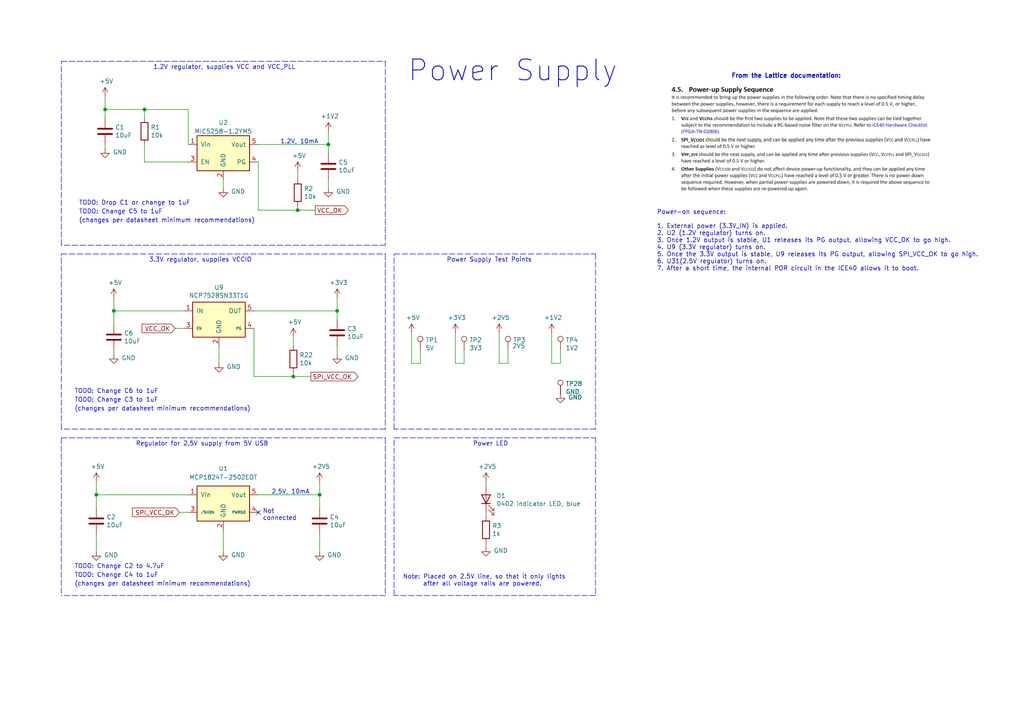
<source format=kicad_sch>
(kicad_sch (version 20211123) (generator eeschema)
  (paper "A4")
  (title_block (title "Power Supply") (date "2021-11-14") (rev "V1") (company "Tillitis AB") (comment 1 "2022"))
  (lib_symbols
    (symbol "Connector:TestPoint" (pin_numbers hide) (pin_names (offset 0.762) hide)
      (property "Reference" "TP" (at 0 6.858 0))
      (property "Value" "TestPoint" (at 0 5.08 0))
      (symbol "TestPoint_0_1"
        (circle (center 0 3.302) (radius 0.762))
      )
      (symbol "TestPoint_1_1"
        (pin passive line (at 0 0 90) (length 2.54) (name "1") (number "1"))
      )
    )
    (symbol "Device:C" (pin_numbers hide) (pin_names (offset 0.254))
      (property "Reference" "C" (at 0.635 2.54 0))
      (property "Value" "C" (at 0.635 -2.54 0))
      (symbol "C_0_1"
        (polyline (pts (xy -2.032 -0.762) (xy 2.032 -0.762)) (stroke (width 0.508)))
        (polyline (pts (xy -2.032 0.762) (xy 2.032 0.762)) (stroke (width 0.508)))
      )
      (symbol "C_1_1"
        (pin passive line (at 0 3.81 270) (length 2.794) (name "~") (number "1"))
        (pin passive line (at 0 -3.81 90) (length 2.794) (name "~") (number "2"))
      )
    )
    (symbol "Device:LED" (pin_numbers hide) (pin_names (offset 1.016) hide)
      (property "Reference" "D" (at 0 2.54 0))
      (property "Value" "LED" (at 0 -2.54 0))
      (symbol "LED_0_1"
        (polyline (pts (xy -1.27 -1.27) (xy -1.27 1.27)) (stroke (width 0.254)))
        (polyline (pts (xy -1.27 0) (xy 1.27 0)))
        (polyline (pts (xy 1.27 -1.27) (xy 1.27 1.27) (xy -1.27 0) (xy 1.27 -1.27)) (stroke (width 0.254)))
        (polyline (pts (xy -3.048 -0.762) (xy -4.572 -2.286) (xy -3.81 -2.286) (xy -4.572 -2.286) (xy -4.572 -1.524)))
        (polyline (pts (xy -1.778 -0.762) (xy -3.302 -2.286) (xy -2.54 -2.286) (xy -3.302 -2.286) (xy -3.302 -1.524)))
      )
      (symbol "LED_1_1"
        (pin passive line (at -3.81 0 0) (length 2.54) (name "K") (number "1"))
        (pin passive line (at 3.81 0 180) (length 2.54) (name "A") (number "2"))
      )
    )
    (symbol "Device:R" (pin_numbers hide) (pin_names (offset 0))
      (property "Reference" "R" (at 2.032 0 90))
      (property "Value" "R" (at 0 0 90))
      (symbol "R_0_1"
        (rectangle (start -1.016 -2.54) (end 1.016 2.54) (stroke (width 0.254)))
      )
      (symbol "R_1_1"
        (pin passive line (at 0 3.81 270) (length 1.27) (name "~") (number "1"))
        (pin passive line (at 0 -3.81 90) (length 1.27) (name "~") (number "2"))
      )
    )
    (symbol "mta1:MCP1824T-2502EOT" (pin_names (offset 1.016))
      (property "Reference" "U" (at 7.62 -6.35 0))
      (property "Value" "MCP1824T-2502EOT" (at 0 7.62 0))
      (symbol "MCP1824T-2502EOT_1_1"
        (rectangle (start -7.62 6.35) (end 7.62 -3.81) (stroke (width 0.254)) (fill (type background)))
        (pin power_in line (at -10.16 3.81 0) (length 2.54) (name "Vin") (number "1"))
        (pin power_in line (at 0 -6.35 90) (length 2.54) (name "GND") (number "2"))
        (pin input line (at -10.16 -1.27 0) (length 2.54) (name "/SHDN") (number "3"))
        (pin open_collector line (at 10.16 -1.27 180) (length 2.54) (name "PWRGD") (number "4"))
        (pin power_out line (at 10.16 3.81 180) (length 2.54) (name "Vout") (number "5"))
      )
    )
    (symbol "mta1:MIC5258-1.2YM5-TR" (pin_names (offset 1.016))
      (property "Reference" "U" (at 7.62 -6.35 0))
      (property "Value" "MIC5258-1.2YM5-TR" (at 0 7.62 0))
      (symbol "MIC5258-1.2YM5-TR_1_1"
        (rectangle (start -7.62 6.35) (end 7.62 -3.81) (stroke (width 0.254)) (fill (type background)))
        (pin power_in line (at -10.16 3.81 0) (length 2.54) (name "Vin") (number "1"))
        (pin power_in line (at 0 -6.35 90) (length 2.54) (name "GND") (number "2"))
        (pin input line (at -10.16 -1.27 0) (length 2.54) (name "EN") (number "3"))
        (pin open_collector line (at 10.16 -1.27 180) (length 2.54) (name "PG") (number "4"))
        (pin power_out line (at 10.16 3.81 180) (length 2.54) (name "Vout") (number "5"))
      )
    )
    (symbol "mta1:NCP752BSN33T1G" (pin_names (offset 1.016))
      (property "Reference" "U" (at 5.08 -6.35 0))
      (property "Value" "NCP752BSN33T1G" (at 0 6.35 0))
      (symbol "NCP752BSN33T1G_1_1"
        (rectangle (start -7.62 5.08) (end 7.62 -5.08) (stroke (width 0.254)) (fill (type background)))
        (pin power_in line (at -10.16 2.54 0) (length 2.54) (name "IN") (number "1"))
        (pin power_in line (at 0 -7.62 90) (length 2.54) (name "GND") (number "2"))
        (pin input line (at -10.16 -2.54 0) (length 2.54) (name "EN") (number "3"))
        (pin open_collector line (at 10.16 -2.54 180) (length 2.54) (name "PG") (number "4"))
        (pin power_out line (at 10.16 2.54 180) (length 2.54) (name "OUT") (number "5"))
      )
    )
    (symbol "power:+1V2" (power) (pin_names (offset 0))
      (property "Value" "+1V2" (at 0 3.556 0))
      (symbol "+1V2_0_1"
        (polyline (pts (xy -0.762 1.27) (xy 0 2.54)))
        (polyline (pts (xy 0 0) (xy 0 2.54)))
        (polyline (pts (xy 0 2.54) (xy 0.762 1.27)))
      )
      (symbol "+1V2_1_1"
        (pin power_in line (at 0 0 90) (length 0) hide (name "+1V2") (number "1"))
      )
    )
    (symbol "power:+2V5" (power) (pin_names (offset 0))
      (property "Value" "+2V5" (at 0 3.556 0))
      (symbol "+2V5_0_1"
        (polyline (pts (xy -0.762 1.27) (xy 0 2.54)))
        (polyline (pts (xy 0 0) (xy 0 2.54)))
        (polyline (pts (xy 0 2.54) (xy 0.762 1.27)))
      )
      (symbol "+2V5_1_1"
        (pin power_in line (at 0 0 90) (length 0) hide (name "+2V5") (number "1"))
      )
    )
    (symbol "power:+3.3V" (power) (pin_names (offset 0))
      (property "Value" "+3.3V" (at 0 3.556 0))
      (symbol "+3.3V_0_1"
        (polyline (pts (xy -0.762 1.27) (xy 0 2.54)))
        (polyline (pts (xy 0 0) (xy 0 2.54)))
        (polyline (pts (xy 0 2.54) (xy 0.762 1.27)))
      )
      (symbol "+3.3V_1_1"
        (pin power_in line (at 0 0 90) (length 0) hide (name "+3V3") (number "1"))
      )
    )
    (symbol "power:+5V" (power) (pin_names (offset 0))
      (property "Value" "+5V" (at 0 3.556 0))
      (symbol "+5V_0_1"
        (polyline (pts (xy -0.762 1.27) (xy 0 2.54)))
        (polyline (pts (xy 0 0) (xy 0 2.54)))
        (polyline (pts (xy 0 2.54) (xy 0.762 1.27)))
      )
      (symbol "+5V_1_1"
        (pin power_in line (at 0 0 90) (length 0) hide (name "+5V") (number "1"))
      )
    )
    (symbol "power:GND" (power) (pin_names (offset 0))
      (property "Value" "GND" (at 0 -3.81 0))
      (symbol "GND_0_1"
        (polyline (pts (xy 0 0) (xy 0 -1.27) (xy 1.27 -1.27) (xy 0 -2.54) (xy -1.27 -1.27) (xy 0 -1.27)))
      )
      (symbol "GND_1_1"
        (pin power_in line (at 0 0 270) (length 0) hide (name "GND") (number "1"))
      )
    )
  )
  (junction (at 30.48 31.75))
  (junction (at 33.02 90.17))
  (junction (at 41.91 31.75))
  (junction (at 86.36 60.96))
  (junction (at 92.71 143.51))
  (junction (at 95.25 41.91))
  (junction (at 27.94 143.51))
  (junction (at 85.09 109.22))
  (junction (at 97.79 90.17))
  (no_connect (at 74.93 148.59))
  (wire (pts (xy 74.93 41.91) (xy 95.25 41.91)))
  (polyline (pts (xy 111.76 73.66) (xy 111.76 124.46)))
  (wire (pts (xy 41.91 41.91) (xy 41.91 46.99)))
  (polyline (pts (xy 114.3 124.46) (xy 114.3 73.66)))
  (polyline (pts (xy 111.76 124.46) (xy 17.78 124.46)))
  (wire (pts (xy 54.61 143.51) (xy 27.94 143.51)))
  (wire (pts (xy 97.79 100.33) (xy 97.79 102.87)))
  (wire (pts (xy 30.48 41.91) (xy 30.48 43.18)))
  (wire (pts (xy 64.77 153.67) (xy 64.77 160.02)))
  (polyline (pts (xy 111.76 71.12) (xy 17.78 71.12)))
  (wire (pts (xy 64.77 52.07) (xy 64.77 54.61)))
  (wire (pts (xy 27.94 139.7) (xy 27.94 143.51)))
  (wire (pts (xy 97.79 90.17) (xy 97.79 92.71)))
  (wire (pts (xy 41.91 31.75) (xy 54.61 31.75)))
  (wire (pts (xy 95.25 41.91) (xy 95.25 44.45)))
  (wire (pts (xy 132.08 105.41) (xy 134.62 105.41)))
  (wire (pts (xy 30.48 27.94) (xy 30.48 31.75)))
  (wire (pts (xy 33.02 101.6) (xy 33.02 102.87)))
  (wire (pts (xy 54.61 41.91) (xy 54.61 31.75)))
  (wire (pts (xy 74.93 60.96) (xy 86.36 60.96)))
  (polyline (pts (xy 114.3 127) (xy 172.72 127)))
  (wire (pts (xy 119.38 96.52) (xy 119.38 105.41)))
  (wire (pts (xy 73.66 90.17) (xy 97.79 90.17)))
  (polyline (pts (xy 17.78 124.46) (xy 17.78 73.66)))
  (wire (pts (xy 160.02 96.52) (xy 160.02 105.41)))
  (wire (pts (xy 74.93 143.51) (xy 92.71 143.51)))
  (wire (pts (xy 140.97 148.59) (xy 140.97 149.86)))
  (wire (pts (xy 54.61 148.59) (xy 52.07 148.59)))
  (polyline (pts (xy 114.3 73.66) (xy 172.72 73.66)))
  (wire (pts (xy 121.92 105.41) (xy 121.92 101.6)))
  (polyline (pts (xy 17.78 71.12) (xy 17.78 17.78)))
  (polyline (pts (xy 17.78 73.66) (xy 111.76 73.66)))
  (polyline (pts (xy 114.3 172.72) (xy 114.3 127)))
  (polyline (pts (xy 111.76 127) (xy 111.76 172.72)))
  (wire (pts (xy 92.71 154.94) (xy 92.71 160.02)))
  (wire (pts (xy 140.97 139.7) (xy 140.97 140.97)))
  (wire (pts (xy 95.25 52.07) (xy 95.25 54.61)))
  (wire (pts (xy 85.09 107.95) (xy 85.09 109.22)))
  (wire (pts (xy 97.79 90.17) (xy 97.79 86.36)))
  (wire (pts (xy 134.62 105.41) (xy 134.62 101.6)))
  (polyline (pts (xy 111.76 172.72) (xy 17.78 172.72)))
  (wire (pts (xy 132.08 96.52) (xy 132.08 105.41)))
  (wire (pts (xy 85.09 100.33) (xy 85.09 97.79)))
  (wire (pts (xy 54.61 46.99) (xy 41.91 46.99)))
  (polyline (pts (xy 111.76 17.78) (xy 111.76 71.12)))
  (wire (pts (xy 86.36 60.96) (xy 91.44 60.96)))
  (wire (pts (xy 144.78 96.52) (xy 144.78 105.41)))
  (polyline (pts (xy 172.72 73.66) (xy 172.72 124.46)))
  (wire (pts (xy 33.02 86.36) (xy 33.02 90.17)))
  (wire (pts (xy 140.97 157.48) (xy 140.97 158.75)))
  (wire (pts (xy 41.91 34.29) (xy 41.91 31.75)))
  (wire (pts (xy 74.93 46.99) (xy 74.93 60.96)))
  (wire (pts (xy 73.66 95.25) (xy 73.66 109.22)))
  (wire (pts (xy 160.02 105.41) (xy 162.56 105.41)))
  (wire (pts (xy 147.32 105.41) (xy 147.32 101.6)))
  (wire (pts (xy 27.94 143.51) (xy 27.94 147.32)))
  (wire (pts (xy 144.78 105.41) (xy 147.32 105.41)))
  (wire (pts (xy 33.02 90.17) (xy 53.34 90.17)))
  (polyline (pts (xy 17.78 127) (xy 111.76 127)))
  (wire (pts (xy 92.71 147.32) (xy 92.71 143.51)))
  (wire (pts (xy 30.48 31.75) (xy 30.48 34.29)))
  (polyline (pts (xy 172.72 172.72) (xy 114.3 172.72)))
  (wire (pts (xy 162.56 105.41) (xy 162.56 101.6)))
  (wire (pts (xy 86.36 52.07) (xy 86.36 49.53)))
  (wire (pts (xy 95.25 38.1) (xy 95.25 41.91)))
  (wire (pts (xy 85.09 109.22) (xy 90.17 109.22)))
  (wire (pts (xy 53.34 95.25) (xy 50.8 95.25)))
  (polyline (pts (xy 17.78 17.78) (xy 111.76 17.78)))
  (wire (pts (xy 92.71 143.51) (xy 92.71 139.7)))
  (wire (pts (xy 73.66 109.22) (xy 85.09 109.22)))
  (polyline (pts (xy 17.78 127) (xy 17.78 172.72)))
  (polyline (pts (xy 172.72 127) (xy 172.72 172.72)))
  (wire (pts (xy 27.94 154.94) (xy 27.94 160.02)))
  (polyline (pts (xy 172.72 124.46) (xy 114.3 124.46)))
  (wire (pts (xy 33.02 90.17) (xy 33.02 93.98)))
  (wire (pts (xy 30.48 31.75) (xy 41.91 31.75)))
  (wire (pts (xy 119.38 105.41) (xy 121.92 105.41)))
  (wire (pts (xy 63.5 100.33) (xy 63.5 105.41)))
  (wire (pts (xy 86.36 59.69) (xy 86.36 60.96)))
  (image (at 232.41 40.64) (scale 0.5))
  (text "Power-on sequence:\n\n1. External power (3.3V_IN) is applied.\n2. U2 (1.2V regulator) turns on.\n3. Once 1.2V output is stable, U1 releases its PG output, allowing VCC_OK to go high.\n4. U9 (3.3V regulator) turns on.\n5. Once the 3.3V output is stable, U9 releases its PG output, allowing SPI_VCC_OK to go high.\n6. U31(2.5V regulator) turns on.\n7. After a short time, the internal POR circuit in the ICE40 allows it to boot." (at 190.5 78.74 0) (effects (font (size 1.27 1.27)) (justify left bottom)))
  (text "TODO: Change C2 to 4.7uF" (at 21.59 165.1 0) (effects (font (size 1.27 1.27)) (justify left bottom)))
  (text "(changes per datasheet minimum recommendations)" (at 21.59 170.18 0) (effects (font (size 1.27 1.27)) (justify left bottom)))
  (text "(changes per datasheet minimum recommendations)" (at 21.59 119.38 0) (effects (font (size 1.27 1.27)) (justify left bottom)))
  (text "TODO: Change C6 to 1uF" (at 21.59 114.3 0) (effects (font (size 1.27 1.27)) (justify left bottom)))
  (text "2,5V, 10mA" (at 78.74 143.51 0) (effects (font (size 1.27 1.27)) (justify left bottom)))
  (text "Note: Placed on 2.5V line, so that it only lights\n      after all voltage rails are powered." (at 116.84 170.18 0) (effects (font (size 1.27 1.27)) (justify left bottom)))
  (text "TODO: Change C3 to 1uF" (at 21.59 116.84 0) (effects (font (size 1.27 1.27)) (justify left bottom)))
  (text "1.2V, 10mA" (at 81.28 41.91 0) (effects (font (size 1.27 1.27)) (justify left bottom)))
  (text "Power Supply" (at 118.11 24.13 0) (effects (font (size 6 6) (thickness 0.254) bold) (justify left bottom)))
  (text "TODO: Drop C1 or change to 1uF" (at 22.86 59.69 0) (effects (font (size 1.27 1.27)) (justify left bottom)))
  (text "TODO: Change C5 to 1uF" (at 22.86 62.23 0) (effects (font (size 1.27 1.27)) (justify left bottom)))
  (text "From the Lattice documentation:" (at 212.09 22.86 0) (effects (font (size 1.27 1.27) (thickness 0.254) bold) (justify left bottom)))
  (text "1.2V regulator, supplies VCC and VCC_PLL" (at 44.45 20.32 0) (effects (font (size 1.27 1.27)) (justify left bottom)))
  (text "3.3V regulator, supplies VCCIO" (at 43.18 76.2 0) (effects (font (size 1.27 1.27)) (justify left bottom)))
  (text "TODO: Change C4 to 1uF" (at 21.59 167.64 0) (effects (font (size 1.27 1.27)) (justify left bottom)))
  (text "Not\nconnected" (at 76.2 151.13 0) (effects (font (size 1.27 1.27)) (justify left bottom)))
  (text "Power Supply Test Points" (at 129.54 76.2 0) (effects (font (size 1.27 1.27)) (justify left bottom)))
  (text "(changes per datasheet minimum recommendations)" (at 22.86 64.77 0) (effects (font (size 1.27 1.27)) (justify left bottom)))
  (text "Power LED" (at 137.16 129.54 0) (effects (font (size 1.27 1.27)) (justify left bottom)))
  (text "Regulator for 2.5V supply from 5V USB" (at 39.37 129.54 0) (effects (font (size 1.27 1.27)) (justify left bottom)))
  (global_label "SPI_VCC_OK" (shape input) (at 52.07 148.59 180) (property "Intersheet References" "${INTERSHEET_REFS}" (effects hide)))
  (global_label "VCC_OK" (shape output) (at 91.44 60.96 0) (property "Intersheet References" "${INTERSHEET_REFS}" (effects hide)))
  (global_label "SPI_VCC_OK" (shape output) (at 90.17 109.22 0) (property "Intersheet References" "${INTERSHEET_REFS}" (effects hide)))
  (global_label "VCC_OK" (shape input) (at 50.8 95.25 180) (property "Intersheet References" "${INTERSHEET_REFS}" (effects hide)))
  (symbol (lib_id "power:GND") (at 64.77 54.61 0) (unit 1)
    (property "Reference" "#GND05" (effects hide))
    (property "Value" "GND" (at 67.0052 55.5498 0) (effects (justify left)))
  )
  (symbol (lib_id "Device:C") (at 30.48 38.1 0) (unit 1)
    (property "Reference" "C1" (at 33.401 36.9316 0) (effects (justify left)))
    (property "Value" "10uF" (at 33.401 39.243 0) (effects (justify left)))
    (property "Footprint" "mta1:CAPC1608X09L" (effects hide))
    (property "Manufacturer" "Any/not critical" (effects hide))
    (property "Extended Value" "10V,X5R,20%" (effects hide))
  )
  (symbol (lib_id "Device:R") (at 41.91 38.1 0) (unit 1)
    (property "Reference" "R1" (at 43.688 36.9316 0) (effects (justify left)))
    (property "Value" "10k" (at 43.688 39.243 0) (effects (justify left)))
    (property "Footprint" "mta1:ERJ2G(0402)_L" (effects hide))
    (property "Manufacturer" "Any/not critical" (effects hide))
    (property "Extended Value" "1/16W,5%" (effects hide))
  )
  (symbol (lib_id "power:GND") (at 30.48 43.18 0) (unit 1)
    (property "Reference" "#GND01" (effects hide))
    (property "Value" "GND" (at 32.7152 44.1198 0) (effects (justify left)))
  )
  (symbol (lib_id "Device:C") (at 95.25 48.26 0) (unit 1)
    (property "Reference" "C5" (at 98.171 47.0916 0) (effects (justify left)))
    (property "Value" "10uF" (at 98.171 49.403 0) (effects (justify left)))
    (property "Footprint" "mta1:CAPC1608X09L" (effects hide))
    (property "Manufacturer" "Any/not critical" (effects hide))
    (property "Extended Value" "10V,X5R,20%" (effects hide))
  )
  (symbol (lib_id "power:GND") (at 95.25 54.61 0) (unit 1)
    (property "Reference" "#GND08" (effects hide))
    (property "Value" "GND" (at 97.4852 55.5498 0) (effects (justify left)))
  )
  (symbol (lib_id "Device:R") (at 86.36 55.88 0) (unit 1)
    (property "Reference" "R2" (at 88.138 54.7116 0) (effects (justify left)))
    (property "Value" "10k" (at 88.138 57.023 0) (effects (justify left)))
    (property "Footprint" "mta1:ERJ2G(0402)_L" (effects hide))
    (property "Manufacturer" "Any/not critical" (effects hide))
    (property "Extended Value" "1/16W,5%" (effects hide))
  )
  (symbol (lib_id "power:GND") (at 63.5 105.41 0) (unit 1)
    (property "Reference" "#GND03" (effects hide))
    (property "Value" "GND" (at 65.7352 106.3498 0) (effects (justify left)))
  )
  (symbol (lib_id "Device:C") (at 97.79 96.52 0) (unit 1)
    (property "Reference" "C3" (at 100.711 95.3516 0) (effects (justify left)))
    (property "Value" "10uF" (at 100.711 97.663 0) (effects (justify left)))
    (property "Footprint" "mta1:CAPC1608X09L" (effects hide))
    (property "Manufacturer" "Any/not critical" (effects hide))
    (property "Extended Value" "10V,X5R,20%" (effects hide))
  )
  (symbol (lib_id "power:GND") (at 97.79 102.87 0) (unit 1)
    (property "Reference" "#GND06" (effects hide))
    (property "Value" "GND" (at 100.0252 103.8098 0) (effects (justify left)))
  )
  (symbol (lib_id "mta1:MIC5258-1.2YM5-TR") (at 64.77 45.72 0) (unit 1)
    (property "Reference" "U2" (at 64.77 35.56 0))
    (property "Value" "MIC5258-1.2YM5" (at 64.77 38.1 0))
    (property "Footprint" "Package_TO_SOT_SMD:SOT-23-5" (effects hide))
    (property "Datasheet" "https://eu.mouser.com/datasheet/2/268/mic5258-1891212.pdf" (effects hide))
    (property "Manufacturer" "Micrel Inc." (effects hide))
    (property "Manufacturer Part Number" "MIC5258-1.2YM5" (effects hide))
    (property "Supplier" "Digikey" (effects hide))
    (property "Supplier Part Number" "2156-MIC5258-1.2YM5-ND" (effects hide))
  )
  (symbol (lib_id "mta1:MCP1824T-2502EOT") (at 64.77 147.32 0) (unit 1)
    (property "Reference" "U1" (at 64.77 135.89 0))
    (property "Value" "MCP1824T-2502EOT" (at 64.77 138.43 0))
    (property "Footprint" "Package_TO_SOT_SMD:SOT-23-5" (effects hide))
    (property "Datasheet" "https://www.mouser.se/datasheet/2/268/22070a-53890.pdf" (effects hide))
    (property "Manufacturer" "Microchip" (effects hide))
    (property "Manufacturer Part Number" "MCP1824T-2502EOT" (effects hide))
    (property "Supplier" "Digikey" (effects hide))
    (property "Supplier Part Number" "MCP1824T-2502E/OTCT-ND" (effects hide))
  )
  (symbol (lib_id "Device:C") (at 27.94 151.13 0) (unit 1)
    (property "Reference" "C2" (at 30.861 149.9616 0) (effects (justify left)))
    (property "Value" "10uF" (at 30.861 152.273 0) (effects (justify left)))
    (property "Footprint" "mta1:CAPC1608X09L" (effects hide))
    (property "Manufacturer" "Any/not critical" (effects hide))
    (property "Extended Value" "10V,X5R,20%" (effects hide))
  )
  (symbol (lib_id "power:GND") (at 27.94 160.02 0) (unit 1)
    (property "Reference" "#GND02" (effects hide))
    (property "Value" "GND" (at 30.1752 160.9598 0) (effects (justify left)))
  )
  (symbol (lib_id "power:GND") (at 64.77 160.02 0) (unit 1)
    (property "Reference" "#GND04" (effects hide))
    (property "Value" "GND" (at 67.0052 160.9598 0) (effects (justify left)))
  )
  (symbol (lib_id "Device:C") (at 92.71 151.13 0) (unit 1)
    (property "Reference" "C4" (at 95.631 149.9616 0) (effects (justify left)))
    (property "Value" "10uF" (at 95.631 152.273 0) (effects (justify left)))
    (property "Footprint" "mta1:CAPC1608X09L" (effects hide))
    (property "Manufacturer" "Any/not critical" (effects hide))
    (property "Extended Value" "10V,X5R,20%" (effects hide))
  )
  (symbol (lib_id "power:GND") (at 92.71 160.02 0) (unit 1)
    (property "Reference" "#GND07" (effects hide))
    (property "Value" "GND" (at 94.9452 160.9598 0) (effects (justify left)))
  )
  (symbol (lib_id "Connector:TestPoint") (at 134.62 101.6 0) (unit 1) (in_bom no)
    (property "Reference" "TP2" (at 136.0932 98.6028 0) (effects (justify left)))
    (property "Value" "3V3" (at 136.0932 100.9142 0) (effects (justify left)))
    (property "Footprint" "mta1:TestPoint_Pad_D1.0mm" (effects hide))
  )
  (symbol (lib_id "Connector:TestPoint") (at 147.32 101.6 0) (unit 1) (in_bom no)
    (property "Reference" "TP3" (at 148.7932 98.6028 0) (effects (justify left)))
    (property "Value" "2V5" (at 148.59 100.33 0) (effects (justify left)))
    (property "Footprint" "mta1:TestPoint_Pad_D1.0mm" (effects hide))
  )
  (symbol (lib_id "Connector:TestPoint") (at 162.56 101.6 0) (unit 1) (in_bom no)
    (property "Reference" "TP4" (at 164.0332 98.6028 0) (effects (justify left)))
    (property "Value" "1V2" (at 164.0332 100.9142 0) (effects (justify left)))
    (property "Footprint" "mta1:TestPoint_Pad_D1.0mm" (effects hide))
  )
  (symbol (lib_id "power:+3.3V") (at 97.79 86.36 0) (unit 1)
    (property "Reference" "#PWR05" (effects hide))
    (property "Value" "+3.3V" (at 98.171 81.9658 0))
  )
  (symbol (lib_id "power:+3.3V") (at 132.08 96.52 0) (unit 1)
    (property "Reference" "#PWR010" (effects hide))
    (property "Value" "+3.3V" (at 132.461 92.1258 0))
  )
  (symbol (lib_id "power:+1V2") (at 95.25 38.1 0) (unit 1)
    (property "Reference" "#PWR08" (effects hide))
    (property "Value" "+1V2" (at 95.631 33.7058 0))
  )
  (symbol (lib_id "power:+1V2") (at 160.02 96.52 0) (unit 1)
    (property "Reference" "#PWR013" (effects hide))
    (property "Value" "+1V2" (at 160.401 92.1258 0))
  )
  (symbol (lib_id "power:+2V5") (at 92.71 139.7 0) (unit 1)
    (property "Reference" "#PWR07" (effects hide))
    (property "Value" "+2V5" (at 93.091 135.3058 0))
  )
  (symbol (lib_id "power:+2V5") (at 144.78 96.52 0) (unit 1)
    (property "Reference" "#PWR012" (effects hide))
    (property "Value" "+2V5" (at 145.161 92.1258 0))
  )
  (symbol (lib_id "power:+2V5") (at 140.97 139.7 0) (unit 1)
    (property "Reference" "#PWR014" (effects hide))
    (property "Value" "+2V5" (at 141.351 135.3058 0))
  )
  (symbol (lib_id "mta1:NCP752BSN33T1G") (at 63.5 92.71 0) (unit 1)
    (property "Reference" "U9" (at 63.5 83.3882 0))
    (property "Value" "NCP752BSN33T1G" (at 63.5 85.6996 0))
    (property "Footprint" "mta1:NCP752BSN33T1G" (effects hide))
    (property "Manufacturer" "onsemi" (effects hide))
    (property "Manufacturer Part Number" "NCP752BSN33T1G" (effects hide))
    (property "Supplier" "Digikey" (effects hide))
    (property "Supplier Part Number" "NCP752BSN33T1GOSCT-ND" (effects hide))
  )
  (symbol (lib_id "power:+5V") (at 86.36 49.53 0) (unit 1)
    (property "Reference" "#PWR06" (effects hide))
    (property "Value" "+5V" (at 86.741 45.1358 0))
  )
  (symbol (lib_id "power:+5V") (at 85.09 97.79 0) (unit 1)
    (property "Reference" "#PWR04" (effects hide))
    (property "Value" "+5V" (at 85.471 93.3958 0))
  )
  (symbol (lib_id "Device:C") (at 33.02 97.79 0) (unit 1)
    (property "Reference" "C6" (at 35.941 96.6216 0) (effects (justify left)))
    (property "Value" "10uF" (at 35.941 98.933 0) (effects (justify left)))
    (property "Footprint" "mta1:CAPC1608X09L" (effects hide))
    (property "Manufacturer" "Any/not critical" (effects hide))
    (property "Extended Value" "10V,X5R,20%" (effects hide))
  )
  (symbol (lib_id "power:GND") (at 33.02 102.87 0) (unit 1)
    (property "Reference" "#GND0101" (effects hide))
    (property "Value" "GND" (at 35.2552 103.8098 0) (effects (justify left)))
  )
  (symbol (lib_id "power:+5V") (at 30.48 27.94 0) (unit 1)
    (property "Reference" "#PWR01" (effects hide))
    (property "Value" "+5V" (at 30.861 23.5458 0))
  )
  (symbol (lib_id "power:+5V") (at 33.02 86.36 0) (unit 1)
    (property "Reference" "#PWR03" (effects hide))
    (property "Value" "+5V" (at 33.401 81.9658 0))
  )
  (symbol (lib_id "power:+5V") (at 27.94 139.7 0) (unit 1)
    (property "Reference" "#PWR02" (effects hide))
    (property "Value" "+5V" (at 28.321 135.3058 0))
  )
  (symbol (lib_id "Device:R") (at 140.97 153.67 0) (unit 1)
    (property "Reference" "R3" (at 142.748 152.5016 0) (effects (justify left)))
    (property "Value" "1k" (at 142.748 154.813 0) (effects (justify left)))
    (property "Footprint" "mta1:ERJ2G(0402)_L" (effects hide))
    (property "Manufacturer" "Any/not critical" (effects hide))
    (property "Extended Value" "1/16W,5%" (effects hide))
  )
  (symbol (lib_id "Device:LED") (at 140.97 144.78 90) (unit 1)
    (property "Reference" "D1" (at 143.9672 143.7894 90) (effects (justify right)))
    (property "Value" "0402 indicator LED, blue" (at 143.9672 146.1008 90) (effects (justify right)))
    (property "Footprint" "LED_SMD:LED_0402_1005Metric" (effects hide))
    (property "Manufacturer" "Foshan NationStar" (effects hide))
    (property "Manufacturer Part Number" "NCD0402B1" (effects hide))
    (property "Supplier" "LCSC" (effects hide))
    (property "Supplier Part Number" "C130724" (effects hide))
  )
  (symbol (lib_id "Connector:TestPoint") (at 121.92 101.6 0) (unit 1) (in_bom no)
    (property "Reference" "TP1" (at 123.3932 98.6028 0) (effects (justify left)))
    (property "Value" "5V" (at 123.3932 100.9142 0) (effects (justify left)))
    (property "Footprint" "mta1:TestPoint_Pad_D1.0mm" (effects hide))
  )
  (symbol (lib_id "power:+5V") (at 119.38 96.52 0) (unit 1)
    (property "Reference" "#PWR09" (effects hide))
    (property "Value" "+5V" (at 119.761 92.1258 0))
  )
  (symbol (lib_id "power:GND") (at 140.97 158.75 0) (unit 1)
    (property "Reference" "#GND0111" (effects hide))
    (property "Value" "GND" (at 143.2052 159.6898 0) (effects (justify left)))
  )
  (symbol (lib_id "Device:R") (at 85.09 104.14 0) (unit 1)
    (property "Reference" "R22" (at 86.868 102.9716 0) (effects (justify left)))
    (property "Value" "10k" (at 86.868 105.283 0) (effects (justify left)))
    (property "Footprint" "mta1:ERJ2G(0402)_L" (effects hide))
    (property "Manufacturer" "Any/not critical" (effects hide))
    (property "Extended Value" "1/16W,5%" (effects hide))
  )
  (symbol (lib_id "power:GND") (at 162.56 114.3 0) (unit 1)
    (property "Reference" "#GND032" (effects hide))
    (property "Value" "GND" (at 164.7952 115.2398 0) (effects (justify left)))
  )
  (symbol (lib_id "Connector:TestPoint") (at 162.56 114.3 0) (unit 1) (in_bom no)
    (property "Reference" "TP28" (at 164.0332 111.3028 0) (effects (justify left)))
    (property "Value" "GND" (at 164.0332 113.6142 0) (effects (justify left)))
    (property "Footprint" "mta1:TestPoint_Pad_D1.0mm" (effects hide))
  )
)
</source>
